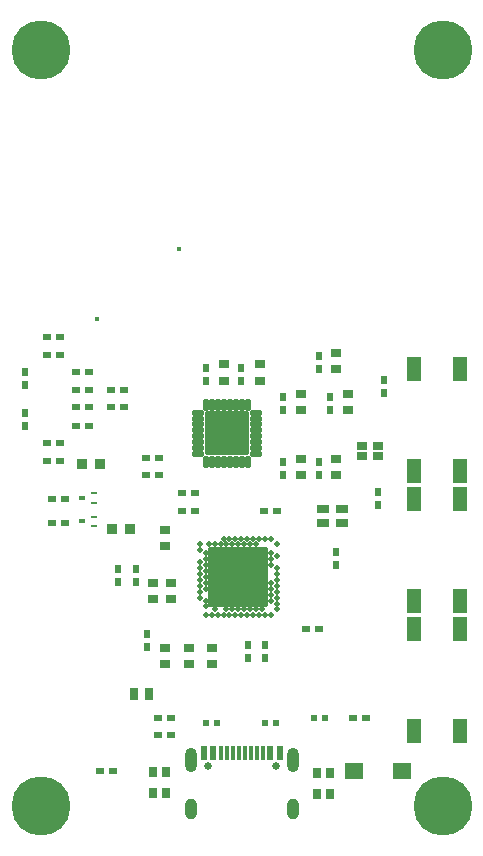
<source format=gbr>
%TF.GenerationSoftware,KiCad,Pcbnew,9.0.3*%
%TF.CreationDate,2025-07-18T22:25:22-07:00*%
%TF.ProjectId,kikard,6b696b61-7264-42e6-9b69-6361645f7063,rev?*%
%TF.SameCoordinates,Original*%
%TF.FileFunction,Soldermask,Top*%
%TF.FilePolarity,Negative*%
%FSLAX46Y46*%
G04 Gerber Fmt 4.6, Leading zero omitted, Abs format (unit mm)*
G04 Created by KiCad (PCBNEW 9.0.3) date 2025-07-18 22:25:22*
%MOMM*%
%LPD*%
G01*
G04 APERTURE LIST*
G04 Aperture macros list*
%AMRoundRect*
0 Rectangle with rounded corners*
0 $1 Rounding radius*
0 $2 $3 $4 $5 $6 $7 $8 $9 X,Y pos of 4 corners*
0 Add a 4 corners polygon primitive as box body*
4,1,4,$2,$3,$4,$5,$6,$7,$8,$9,$2,$3,0*
0 Add four circle primitives for the rounded corners*
1,1,$1+$1,$2,$3*
1,1,$1+$1,$4,$5*
1,1,$1+$1,$6,$7*
1,1,$1+$1,$8,$9*
0 Add four rect primitives between the rounded corners*
20,1,$1+$1,$2,$3,$4,$5,0*
20,1,$1+$1,$4,$5,$6,$7,0*
20,1,$1+$1,$6,$7,$8,$9,0*
20,1,$1+$1,$8,$9,$2,$3,0*%
G04 Aperture macros list end*
%ADD10R,0.540000X0.790000*%
%ADD11R,0.790000X0.540000*%
%ADD12R,0.900000X0.800000*%
%ADD13R,0.810000X0.860000*%
%ADD14R,0.490000X0.290000*%
%ADD15R,0.490000X0.430000*%
%ADD16C,5.000000*%
%ADD17R,1.100000X0.800000*%
%ADD18R,0.570000X0.540000*%
%ADD19RoundRect,0.058000X0.464000X0.174000X-0.464000X0.174000X-0.464000X-0.174000X0.464000X-0.174000X0*%
%ADD20RoundRect,0.058000X0.174000X0.464000X-0.174000X0.464000X-0.174000X-0.464000X0.174000X-0.464000X0*%
%ADD21RoundRect,0.102000X1.750000X1.750000X-1.750000X1.750000X-1.750000X-1.750000X1.750000X-1.750000X0*%
%ADD22R,0.700000X0.900000*%
%ADD23R,0.860000X0.800000*%
%ADD24R,1.530000X1.360000*%
%ADD25C,0.400000*%
%ADD26R,1.200000X2.000000*%
%ADD27R,0.800000X1.000000*%
%ADD28R,0.850000X0.700000*%
%ADD29C,0.650000*%
%ADD30O,1.000000X2.100000*%
%ADD31O,1.000000X1.800000*%
%ADD32R,0.600000X1.150000*%
%ADD33R,0.300000X1.150000*%
%ADD34RoundRect,0.102000X-2.425000X-2.425000X2.425000X-2.425000X2.425000X2.425000X-2.425000X2.425000X0*%
%ADD35C,0.479000*%
G04 APERTURE END LIST*
D10*
%TO.C,C31*%
X220500000Y-134500000D03*
X220500000Y-133400000D03*
%TD*%
D11*
%TO.C,C10*%
X211900000Y-117500000D03*
X213000000Y-117500000D03*
%TD*%
D12*
%TO.C,C3*%
X217500000Y-133600000D03*
X217500000Y-135000000D03*
%TD*%
D11*
%TO.C,C35*%
X203500000Y-117780000D03*
X204600000Y-117780000D03*
%TD*%
D13*
%TO.C,R4*%
X209000000Y-123500000D03*
X210500000Y-123500000D03*
%TD*%
D12*
%TO.C,C17*%
X229000000Y-112100000D03*
X229000000Y-113500000D03*
%TD*%
D14*
%TO.C,Q2*%
X207500000Y-123300000D03*
X207500000Y-122500000D03*
D15*
X206440000Y-122900000D03*
%TD*%
D11*
%TO.C,L5*%
X208900000Y-111750000D03*
X210000000Y-111750000D03*
%TD*%
%TO.C,C34*%
X214900000Y-122000000D03*
X216000000Y-122000000D03*
%TD*%
D10*
%TO.C,C18*%
X226500000Y-119000000D03*
X226500000Y-117900000D03*
%TD*%
%TO.C,C27*%
X211000000Y-126900000D03*
X211000000Y-128000000D03*
%TD*%
D16*
%TO.C,REF\u002A\u002A*%
X237000000Y-147000000D03*
%TD*%
D10*
%TO.C,C12*%
X217000000Y-109900000D03*
X217000000Y-111000000D03*
%TD*%
D17*
%TO.C,Y2*%
X226900000Y-123010000D03*
X228500000Y-123000000D03*
X228500000Y-121850000D03*
X226900000Y-121860000D03*
%TD*%
D11*
%TO.C,C36*%
X204600000Y-116280000D03*
X203500000Y-116280000D03*
%TD*%
D18*
%TO.C,R5*%
X226140000Y-139500000D03*
X227000000Y-139500000D03*
%TD*%
D11*
%TO.C,C28*%
X216000000Y-120500000D03*
X214900000Y-120500000D03*
%TD*%
%TO.C,C25*%
X214000000Y-139500000D03*
X212900000Y-139500000D03*
%TD*%
D19*
%TO.C,U2*%
X221185000Y-117185000D03*
X221185000Y-116685000D03*
X221185000Y-116185000D03*
X221185000Y-115685000D03*
X221185000Y-115185000D03*
X221185000Y-114685000D03*
X221185000Y-114185000D03*
X221185000Y-113685000D03*
D20*
X220500000Y-113000000D03*
X220000000Y-113000000D03*
X219500000Y-113000000D03*
X219000000Y-113000000D03*
X218500000Y-113000000D03*
X218000000Y-113000000D03*
X217500000Y-113000000D03*
X217000000Y-113000000D03*
D19*
X216315000Y-113685000D03*
X216315000Y-114185000D03*
X216315000Y-114685000D03*
X216315000Y-115185000D03*
X216315000Y-115685000D03*
X216315000Y-116185000D03*
X216315000Y-116685000D03*
X216315000Y-117185000D03*
D20*
X217000000Y-117870000D03*
X217500000Y-117870000D03*
X218000000Y-117870000D03*
X218500000Y-117870000D03*
X219000000Y-117870000D03*
X219500000Y-117870000D03*
X220000000Y-117870000D03*
X220500000Y-117870000D03*
D21*
X218750000Y-115435000D03*
%TD*%
D10*
%TO.C,C16*%
X227500000Y-112400000D03*
X227500000Y-113500000D03*
%TD*%
D22*
%TO.C,LED1*%
X212450000Y-145920000D03*
X213550000Y-145920000D03*
X213550000Y-144080000D03*
X212450000Y-144080000D03*
%TD*%
D10*
%TO.C,C8*%
X219950000Y-109900000D03*
X219950000Y-111000000D03*
%TD*%
D23*
%TO.C,L2*%
X212500000Y-129500000D03*
X212500000Y-128100000D03*
%TD*%
D10*
%TO.C,C26*%
X209500000Y-126900000D03*
X209500000Y-128000000D03*
%TD*%
D11*
%TO.C,C44*%
X204600000Y-107280000D03*
X203500000Y-107280000D03*
%TD*%
D22*
%TO.C,LED2*%
X226400000Y-146000000D03*
X227500000Y-146000000D03*
X227500000Y-144160000D03*
X226400000Y-144160000D03*
%TD*%
D11*
%TO.C,C24*%
X214000000Y-141000000D03*
X212900000Y-141000000D03*
%TD*%
%TO.C,C33*%
X226500000Y-132000000D03*
X225400000Y-132000000D03*
%TD*%
%TO.C,C37*%
X206000000Y-114780000D03*
X207100000Y-114780000D03*
%TD*%
D24*
%TO.C,SW4*%
X229460000Y-144000000D03*
X233540000Y-144000000D03*
%TD*%
D11*
%TO.C,C22*%
X223000000Y-122000000D03*
X221900000Y-122000000D03*
%TD*%
D25*
%TO.C,AE2*%
X207700000Y-105800000D03*
X214700000Y-99800000D03*
%TD*%
D10*
%TO.C,C4*%
X223500000Y-112400000D03*
X223500000Y-113500000D03*
%TD*%
D16*
%TO.C,REF\u002A\u002A*%
X203000000Y-83000000D03*
%TD*%
D26*
%TO.C,SW2*%
X234550000Y-129600000D03*
X234550000Y-121000000D03*
X238450000Y-129600000D03*
X238450000Y-121000000D03*
%TD*%
D18*
%TO.C,R2*%
X222000000Y-140000000D03*
X222860000Y-140000000D03*
%TD*%
D10*
%TO.C,C14*%
X226500000Y-108900000D03*
X226500000Y-110000000D03*
%TD*%
D27*
%TO.C,Y3*%
X212100000Y-137500000D03*
X210900000Y-137500000D03*
%TD*%
D26*
%TO.C,SW1*%
X234550000Y-140600000D03*
X234550000Y-132000000D03*
X238450000Y-140600000D03*
X238450000Y-132000000D03*
%TD*%
D23*
%TO.C,L1*%
X214000000Y-128100000D03*
X214000000Y-129500000D03*
%TD*%
D18*
%TO.C,R1*%
X217860000Y-140000000D03*
X217000000Y-140000000D03*
%TD*%
D12*
%TO.C,C15*%
X228000000Y-108600000D03*
X228000000Y-110000000D03*
%TD*%
D28*
%TO.C,Y1*%
X230200000Y-117400000D03*
X231500000Y-117400000D03*
X231500000Y-116500000D03*
X230200000Y-116500000D03*
%TD*%
D29*
%TO.C,USB1*%
X217110000Y-143615000D03*
X222890000Y-143615000D03*
D30*
X215680000Y-143115000D03*
X224320000Y-143115000D03*
D31*
X215680000Y-147265000D03*
X224320000Y-147265000D03*
D32*
X216800000Y-142545000D03*
X217600000Y-142545000D03*
D33*
X218750000Y-142545000D03*
X219750000Y-142545000D03*
X220250000Y-142545000D03*
X221250000Y-142545000D03*
D32*
X223200000Y-142545000D03*
X222400000Y-142545000D03*
D33*
X221750000Y-142545000D03*
X220750000Y-142545000D03*
X219250000Y-142545000D03*
X218250000Y-142545000D03*
%TD*%
D11*
%TO.C,L4*%
X208900000Y-113250000D03*
X210000000Y-113250000D03*
%TD*%
D12*
%TO.C,C32*%
X213500000Y-123600000D03*
X213500000Y-125000000D03*
%TD*%
D10*
%TO.C,C29*%
X212000000Y-132400000D03*
X212000000Y-133500000D03*
%TD*%
%TO.C,C21*%
X232000000Y-110900000D03*
X232000000Y-112000000D03*
%TD*%
D16*
%TO.C,REF\u002A\u002A*%
X237000000Y-83000000D03*
%TD*%
D11*
%TO.C,C38*%
X206000000Y-113250000D03*
X207100000Y-113250000D03*
%TD*%
%TO.C,C47*%
X229450000Y-139500000D03*
X230550000Y-139500000D03*
%TD*%
D26*
%TO.C,SW3*%
X234550000Y-118600000D03*
X234550000Y-110000000D03*
X238450000Y-118600000D03*
X238450000Y-110000000D03*
%TD*%
D14*
%TO.C,Q1*%
X207500000Y-121300000D03*
X207500000Y-120500000D03*
D15*
X206440000Y-120900000D03*
%TD*%
D11*
%TO.C,C46*%
X203900000Y-123000000D03*
X205000000Y-123000000D03*
%TD*%
D12*
%TO.C,C13*%
X218500000Y-109600000D03*
X218500000Y-111000000D03*
%TD*%
D10*
%TO.C,C30*%
X222000000Y-134500000D03*
X222000000Y-133400000D03*
%TD*%
D12*
%TO.C,C1*%
X213500000Y-135000000D03*
X213500000Y-133600000D03*
%TD*%
D11*
%TO.C,C11*%
X211900000Y-119000000D03*
X213000000Y-119000000D03*
%TD*%
D12*
%TO.C,C19*%
X228000000Y-119000000D03*
X228000000Y-117600000D03*
%TD*%
D13*
%TO.C,R3*%
X206500000Y-118000000D03*
X208000000Y-118000000D03*
%TD*%
D10*
%TO.C,C42*%
X201600000Y-110230000D03*
X201600000Y-111330000D03*
%TD*%
D12*
%TO.C,C5*%
X225000000Y-112100000D03*
X225000000Y-113500000D03*
%TD*%
D11*
%TO.C,L3*%
X208020000Y-144000000D03*
X209120000Y-144000000D03*
%TD*%
D10*
%TO.C,C39*%
X201600000Y-113680000D03*
X201600000Y-114780000D03*
%TD*%
D11*
%TO.C,C45*%
X203900000Y-121000000D03*
X205000000Y-121000000D03*
%TD*%
%TO.C,C43*%
X204600000Y-108780000D03*
X203500000Y-108780000D03*
%TD*%
D10*
%TO.C,C6*%
X223500000Y-119000000D03*
X223500000Y-117900000D03*
%TD*%
D12*
%TO.C,C7*%
X225000000Y-119000000D03*
X225000000Y-117600000D03*
%TD*%
%TO.C,C2*%
X215500000Y-135000000D03*
X215500000Y-133600000D03*
%TD*%
D10*
%TO.C,C20*%
X231500000Y-121500000D03*
X231500000Y-120400000D03*
%TD*%
D12*
%TO.C,C9*%
X221500000Y-109600000D03*
X221500000Y-111000000D03*
%TD*%
D11*
%TO.C,C40*%
X207100000Y-111750000D03*
X206000000Y-111750000D03*
%TD*%
D10*
%TO.C,C23*%
X228000000Y-125450000D03*
X228000000Y-126550000D03*
%TD*%
D11*
%TO.C,C41*%
X206000000Y-110280000D03*
X207100000Y-110280000D03*
%TD*%
D34*
%TO.C,U1*%
X219700000Y-127600000D03*
D35*
X218450000Y-124350000D03*
X218950000Y-124350000D03*
X219450000Y-124350000D03*
X219950000Y-124350000D03*
X220450000Y-124350000D03*
X220950000Y-124350000D03*
X221450000Y-124350000D03*
X221950000Y-124350000D03*
X222450000Y-124350000D03*
X222950000Y-129850000D03*
X216950000Y-130100000D03*
X217700000Y-130350000D03*
X218700000Y-130350000D03*
X219200000Y-130350000D03*
X219700000Y-130350000D03*
X220200000Y-130350000D03*
X220700000Y-130350000D03*
X221200000Y-130350000D03*
X221700000Y-130350000D03*
X222950000Y-130350000D03*
X216950000Y-130850000D03*
X217450000Y-130850000D03*
X217950000Y-130850000D03*
X218450000Y-130850000D03*
X218950000Y-130850000D03*
X219450000Y-130850000D03*
X219950000Y-130850000D03*
X220450000Y-130850000D03*
X220950000Y-130850000D03*
X221450000Y-130850000D03*
X221950000Y-130850000D03*
X222450000Y-130850000D03*
X216450000Y-124850000D03*
X217200000Y-124850000D03*
X217700000Y-124850000D03*
X218200000Y-124850000D03*
X218700000Y-124850000D03*
X219200000Y-124850000D03*
X219700000Y-124850000D03*
X220200000Y-124850000D03*
X220700000Y-124850000D03*
X221200000Y-124850000D03*
X222950000Y-124850000D03*
X216450000Y-125350000D03*
X216950000Y-125600000D03*
X222450000Y-125600000D03*
X222950000Y-125850000D03*
X216950000Y-126100000D03*
X222450000Y-126100000D03*
X216450000Y-126350000D03*
X216950000Y-126600000D03*
X222450000Y-126600000D03*
X216450000Y-126850000D03*
X222950000Y-126850000D03*
X216950000Y-127100000D03*
X216450000Y-127350000D03*
X222950000Y-127350000D03*
X216950000Y-127600000D03*
X216450000Y-127850000D03*
X222950000Y-127850000D03*
X216950000Y-128100000D03*
X222450000Y-128100000D03*
X216450000Y-128350000D03*
X222950000Y-128350000D03*
X216950000Y-128600000D03*
X222450000Y-128600000D03*
X216450000Y-128850000D03*
X222950000Y-128850000D03*
X222450000Y-129100000D03*
X216450000Y-129350000D03*
X222950000Y-129350000D03*
X216950000Y-129600000D03*
X222450000Y-129600000D03*
%TD*%
D16*
%TO.C,REF\u002A\u002A*%
X203000000Y-147000000D03*
%TD*%
M02*

</source>
